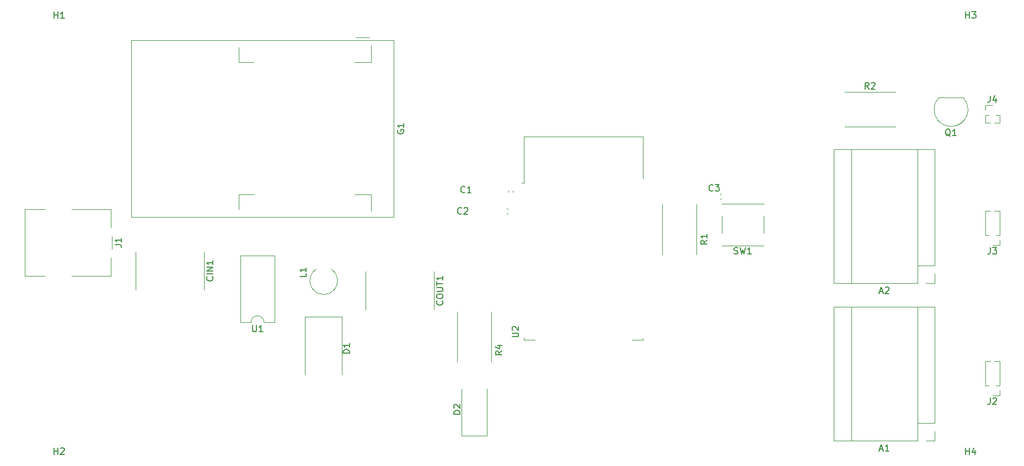
<source format=gbr>
%TF.GenerationSoftware,KiCad,Pcbnew,(6.0.11-0)*%
%TF.CreationDate,2024-05-25T22:05:18+02:00*%
%TF.ProjectId,The Mechanical Turk,54686520-4d65-4636-9861-6e6963616c20,rev?*%
%TF.SameCoordinates,Original*%
%TF.FileFunction,Legend,Top*%
%TF.FilePolarity,Positive*%
%FSLAX46Y46*%
G04 Gerber Fmt 4.6, Leading zero omitted, Abs format (unit mm)*
G04 Created by KiCad (PCBNEW (6.0.11-0)) date 2024-05-25 22:05:18*
%MOMM*%
%LPD*%
G01*
G04 APERTURE LIST*
%ADD10C,0.150000*%
%ADD11C,0.120000*%
G04 APERTURE END LIST*
D10*
%TO.C,C3*%
X183729333Y-91797142D02*
X183681714Y-91844761D01*
X183538857Y-91892380D01*
X183443619Y-91892380D01*
X183300761Y-91844761D01*
X183205523Y-91749523D01*
X183157904Y-91654285D01*
X183110285Y-91463809D01*
X183110285Y-91320952D01*
X183157904Y-91130476D01*
X183205523Y-91035238D01*
X183300761Y-90940000D01*
X183443619Y-90892380D01*
X183538857Y-90892380D01*
X183681714Y-90940000D01*
X183729333Y-90987619D01*
X184062666Y-90892380D02*
X184681714Y-90892380D01*
X184348380Y-91273333D01*
X184491238Y-91273333D01*
X184586476Y-91320952D01*
X184634095Y-91368571D01*
X184681714Y-91463809D01*
X184681714Y-91701904D01*
X184634095Y-91797142D01*
X184586476Y-91844761D01*
X184491238Y-91892380D01*
X184205523Y-91892380D01*
X184110285Y-91844761D01*
X184062666Y-91797142D01*
%TO.C,J2*%
X226288666Y-123697380D02*
X226288666Y-124411666D01*
X226241047Y-124554523D01*
X226145809Y-124649761D01*
X226002952Y-124697380D01*
X225907714Y-124697380D01*
X226717238Y-123792619D02*
X226764857Y-123745000D01*
X226860095Y-123697380D01*
X227098190Y-123697380D01*
X227193428Y-123745000D01*
X227241047Y-123792619D01*
X227288666Y-123887857D01*
X227288666Y-123983095D01*
X227241047Y-124125952D01*
X226669619Y-124697380D01*
X227288666Y-124697380D01*
%TO.C,R4*%
X151328380Y-116498666D02*
X150852190Y-116832000D01*
X151328380Y-117070095D02*
X150328380Y-117070095D01*
X150328380Y-116689142D01*
X150376000Y-116593904D01*
X150423619Y-116546285D01*
X150518857Y-116498666D01*
X150661714Y-116498666D01*
X150756952Y-116546285D01*
X150804571Y-116593904D01*
X150852190Y-116689142D01*
X150852190Y-117070095D01*
X150661714Y-115641523D02*
X151328380Y-115641523D01*
X150280761Y-115879619D02*
X150995047Y-116117714D01*
X150995047Y-115498666D01*
%TO.C,J3*%
X226288666Y-100583380D02*
X226288666Y-101297666D01*
X226241047Y-101440523D01*
X226145809Y-101535761D01*
X226002952Y-101583380D01*
X225907714Y-101583380D01*
X226669619Y-100583380D02*
X227288666Y-100583380D01*
X226955333Y-100964333D01*
X227098190Y-100964333D01*
X227193428Y-101011952D01*
X227241047Y-101059571D01*
X227288666Y-101154809D01*
X227288666Y-101392904D01*
X227241047Y-101488142D01*
X227193428Y-101535761D01*
X227098190Y-101583380D01*
X226812476Y-101583380D01*
X226717238Y-101535761D01*
X226669619Y-101488142D01*
%TO.C,C2*%
X145121333Y-95349142D02*
X145073714Y-95396761D01*
X144930857Y-95444380D01*
X144835619Y-95444380D01*
X144692761Y-95396761D01*
X144597523Y-95301523D01*
X144549904Y-95206285D01*
X144502285Y-95015809D01*
X144502285Y-94872952D01*
X144549904Y-94682476D01*
X144597523Y-94587238D01*
X144692761Y-94492000D01*
X144835619Y-94444380D01*
X144930857Y-94444380D01*
X145073714Y-94492000D01*
X145121333Y-94539619D01*
X145502285Y-94539619D02*
X145549904Y-94492000D01*
X145645142Y-94444380D01*
X145883238Y-94444380D01*
X145978476Y-94492000D01*
X146026095Y-94539619D01*
X146073714Y-94634857D01*
X146073714Y-94730095D01*
X146026095Y-94872952D01*
X145454666Y-95444380D01*
X146073714Y-95444380D01*
%TO.C,A1*%
X209333714Y-131560666D02*
X209809904Y-131560666D01*
X209238476Y-131846380D02*
X209571809Y-130846380D01*
X209905142Y-131846380D01*
X210762285Y-131846380D02*
X210190857Y-131846380D01*
X210476571Y-131846380D02*
X210476571Y-130846380D01*
X210381333Y-130989238D01*
X210286095Y-131084476D01*
X210190857Y-131132095D01*
%TO.C,Q1*%
X220176761Y-83477619D02*
X220081523Y-83430000D01*
X219986285Y-83334761D01*
X219843428Y-83191904D01*
X219748190Y-83144285D01*
X219652952Y-83144285D01*
X219700571Y-83382380D02*
X219605333Y-83334761D01*
X219510095Y-83239523D01*
X219462476Y-83049047D01*
X219462476Y-82715714D01*
X219510095Y-82525238D01*
X219605333Y-82430000D01*
X219700571Y-82382380D01*
X219891047Y-82382380D01*
X219986285Y-82430000D01*
X220081523Y-82525238D01*
X220129142Y-82715714D01*
X220129142Y-83049047D01*
X220081523Y-83239523D01*
X219986285Y-83334761D01*
X219891047Y-83382380D01*
X219700571Y-83382380D01*
X221081523Y-83382380D02*
X220510095Y-83382380D01*
X220795809Y-83382380D02*
X220795809Y-82382380D01*
X220700571Y-82525238D01*
X220605333Y-82620476D01*
X220510095Y-82668095D01*
%TO.C,U1*%
X113030095Y-112526380D02*
X113030095Y-113335904D01*
X113077714Y-113431142D01*
X113125333Y-113478761D01*
X113220571Y-113526380D01*
X113411047Y-113526380D01*
X113506285Y-113478761D01*
X113553904Y-113431142D01*
X113601523Y-113335904D01*
X113601523Y-112526380D01*
X114601523Y-113526380D02*
X114030095Y-113526380D01*
X114315809Y-113526380D02*
X114315809Y-112526380D01*
X114220571Y-112669238D01*
X114125333Y-112764476D01*
X114030095Y-112812095D01*
%TO.C,CIN1*%
X106867142Y-105068571D02*
X106914761Y-105116190D01*
X106962380Y-105259047D01*
X106962380Y-105354285D01*
X106914761Y-105497142D01*
X106819523Y-105592380D01*
X106724285Y-105640000D01*
X106533809Y-105687619D01*
X106390952Y-105687619D01*
X106200476Y-105640000D01*
X106105238Y-105592380D01*
X106010000Y-105497142D01*
X105962380Y-105354285D01*
X105962380Y-105259047D01*
X106010000Y-105116190D01*
X106057619Y-105068571D01*
X106962380Y-104640000D02*
X105962380Y-104640000D01*
X106962380Y-104163809D02*
X105962380Y-104163809D01*
X106962380Y-103592380D01*
X105962380Y-103592380D01*
X106962380Y-102592380D02*
X106962380Y-103163809D01*
X106962380Y-102878095D02*
X105962380Y-102878095D01*
X106105238Y-102973333D01*
X106200476Y-103068571D01*
X106248095Y-103163809D01*
%TO.C,COUT1*%
X142173142Y-108783238D02*
X142220761Y-108830857D01*
X142268380Y-108973714D01*
X142268380Y-109068952D01*
X142220761Y-109211809D01*
X142125523Y-109307047D01*
X142030285Y-109354666D01*
X141839809Y-109402285D01*
X141696952Y-109402285D01*
X141506476Y-109354666D01*
X141411238Y-109307047D01*
X141316000Y-109211809D01*
X141268380Y-109068952D01*
X141268380Y-108973714D01*
X141316000Y-108830857D01*
X141363619Y-108783238D01*
X141268380Y-108164190D02*
X141268380Y-107973714D01*
X141316000Y-107878476D01*
X141411238Y-107783238D01*
X141601714Y-107735619D01*
X141935047Y-107735619D01*
X142125523Y-107783238D01*
X142220761Y-107878476D01*
X142268380Y-107973714D01*
X142268380Y-108164190D01*
X142220761Y-108259428D01*
X142125523Y-108354666D01*
X141935047Y-108402285D01*
X141601714Y-108402285D01*
X141411238Y-108354666D01*
X141316000Y-108259428D01*
X141268380Y-108164190D01*
X141268380Y-107307047D02*
X142077904Y-107307047D01*
X142173142Y-107259428D01*
X142220761Y-107211809D01*
X142268380Y-107116571D01*
X142268380Y-106926095D01*
X142220761Y-106830857D01*
X142173142Y-106783238D01*
X142077904Y-106735619D01*
X141268380Y-106735619D01*
X141268380Y-106402285D02*
X141268380Y-105830857D01*
X142268380Y-106116571D02*
X141268380Y-106116571D01*
X142268380Y-104973714D02*
X142268380Y-105545142D01*
X142268380Y-105259428D02*
X141268380Y-105259428D01*
X141411238Y-105354666D01*
X141506476Y-105449904D01*
X141554095Y-105545142D01*
%TO.C,R2*%
X207659333Y-76222380D02*
X207326000Y-75746190D01*
X207087904Y-76222380D02*
X207087904Y-75222380D01*
X207468857Y-75222380D01*
X207564095Y-75270000D01*
X207611714Y-75317619D01*
X207659333Y-75412857D01*
X207659333Y-75555714D01*
X207611714Y-75650952D01*
X207564095Y-75698571D01*
X207468857Y-75746190D01*
X207087904Y-75746190D01*
X208040285Y-75317619D02*
X208087904Y-75270000D01*
X208183142Y-75222380D01*
X208421238Y-75222380D01*
X208516476Y-75270000D01*
X208564095Y-75317619D01*
X208611714Y-75412857D01*
X208611714Y-75508095D01*
X208564095Y-75650952D01*
X207992666Y-76222380D01*
X208611714Y-76222380D01*
%TO.C,H4*%
X222504095Y-132380380D02*
X222504095Y-131380380D01*
X222504095Y-131856571D02*
X223075523Y-131856571D01*
X223075523Y-132380380D02*
X223075523Y-131380380D01*
X223980285Y-131713714D02*
X223980285Y-132380380D01*
X223742190Y-131332761D02*
X223504095Y-132047047D01*
X224123142Y-132047047D01*
%TO.C,R1*%
X182824380Y-99480666D02*
X182348190Y-99814000D01*
X182824380Y-100052095D02*
X181824380Y-100052095D01*
X181824380Y-99671142D01*
X181872000Y-99575904D01*
X181919619Y-99528285D01*
X182014857Y-99480666D01*
X182157714Y-99480666D01*
X182252952Y-99528285D01*
X182300571Y-99575904D01*
X182348190Y-99671142D01*
X182348190Y-100052095D01*
X182824380Y-98528285D02*
X182824380Y-99099714D01*
X182824380Y-98814000D02*
X181824380Y-98814000D01*
X181967238Y-98909238D01*
X182062476Y-99004476D01*
X182110095Y-99099714D01*
%TO.C,SW1*%
X186969666Y-101518761D02*
X187112523Y-101566380D01*
X187350619Y-101566380D01*
X187445857Y-101518761D01*
X187493476Y-101471142D01*
X187541095Y-101375904D01*
X187541095Y-101280666D01*
X187493476Y-101185428D01*
X187445857Y-101137809D01*
X187350619Y-101090190D01*
X187160142Y-101042571D01*
X187064904Y-100994952D01*
X187017285Y-100947333D01*
X186969666Y-100852095D01*
X186969666Y-100756857D01*
X187017285Y-100661619D01*
X187064904Y-100614000D01*
X187160142Y-100566380D01*
X187398238Y-100566380D01*
X187541095Y-100614000D01*
X187874428Y-100566380D02*
X188112523Y-101566380D01*
X188303000Y-100852095D01*
X188493476Y-101566380D01*
X188731571Y-100566380D01*
X189636333Y-101566380D02*
X189064904Y-101566380D01*
X189350619Y-101566380D02*
X189350619Y-100566380D01*
X189255380Y-100709238D01*
X189160142Y-100804476D01*
X189064904Y-100852095D01*
%TO.C,H1*%
X82550095Y-65324380D02*
X82550095Y-64324380D01*
X82550095Y-64800571D02*
X83121523Y-64800571D01*
X83121523Y-65324380D02*
X83121523Y-64324380D01*
X84121523Y-65324380D02*
X83550095Y-65324380D01*
X83835809Y-65324380D02*
X83835809Y-64324380D01*
X83740571Y-64467238D01*
X83645333Y-64562476D01*
X83550095Y-64610095D01*
%TO.C,U2*%
X152872380Y-114289904D02*
X153681904Y-114289904D01*
X153777142Y-114242285D01*
X153824761Y-114194666D01*
X153872380Y-114099428D01*
X153872380Y-113908952D01*
X153824761Y-113813714D01*
X153777142Y-113766095D01*
X153681904Y-113718476D01*
X152872380Y-113718476D01*
X152967619Y-113289904D02*
X152920000Y-113242285D01*
X152872380Y-113147047D01*
X152872380Y-112908952D01*
X152920000Y-112813714D01*
X152967619Y-112766095D01*
X153062857Y-112718476D01*
X153158095Y-112718476D01*
X153300952Y-112766095D01*
X153872380Y-113337523D01*
X153872380Y-112718476D01*
%TO.C,D2*%
X144898380Y-126214095D02*
X143898380Y-126214095D01*
X143898380Y-125976000D01*
X143946000Y-125833142D01*
X144041238Y-125737904D01*
X144136476Y-125690285D01*
X144326952Y-125642666D01*
X144469809Y-125642666D01*
X144660285Y-125690285D01*
X144755523Y-125737904D01*
X144850761Y-125833142D01*
X144898380Y-125976000D01*
X144898380Y-126214095D01*
X143993619Y-125261714D02*
X143946000Y-125214095D01*
X143898380Y-125118857D01*
X143898380Y-124880761D01*
X143946000Y-124785523D01*
X143993619Y-124737904D01*
X144088857Y-124690285D01*
X144184095Y-124690285D01*
X144326952Y-124737904D01*
X144898380Y-125309333D01*
X144898380Y-124690285D01*
%TO.C,J1*%
X91922380Y-100155333D02*
X92636666Y-100155333D01*
X92779523Y-100202952D01*
X92874761Y-100298190D01*
X92922380Y-100441047D01*
X92922380Y-100536285D01*
X92922380Y-99155333D02*
X92922380Y-99726761D01*
X92922380Y-99441047D02*
X91922380Y-99441047D01*
X92065238Y-99536285D01*
X92160476Y-99631523D01*
X92208095Y-99726761D01*
%TO.C,L1*%
X121284380Y-104568666D02*
X121284380Y-105044857D01*
X120284380Y-105044857D01*
X121284380Y-103711523D02*
X121284380Y-104282952D01*
X121284380Y-103997238D02*
X120284380Y-103997238D01*
X120427238Y-104092476D01*
X120522476Y-104187714D01*
X120570095Y-104282952D01*
%TO.C,H3*%
X222504095Y-65324380D02*
X222504095Y-64324380D01*
X222504095Y-64800571D02*
X223075523Y-64800571D01*
X223075523Y-65324380D02*
X223075523Y-64324380D01*
X223456476Y-64324380D02*
X224075523Y-64324380D01*
X223742190Y-64705333D01*
X223885047Y-64705333D01*
X223980285Y-64752952D01*
X224027904Y-64800571D01*
X224075523Y-64895809D01*
X224075523Y-65133904D01*
X224027904Y-65229142D01*
X223980285Y-65276761D01*
X223885047Y-65324380D01*
X223599333Y-65324380D01*
X223504095Y-65276761D01*
X223456476Y-65229142D01*
%TO.C,H2*%
X82550095Y-132380380D02*
X82550095Y-131380380D01*
X82550095Y-131856571D02*
X83121523Y-131856571D01*
X83121523Y-132380380D02*
X83121523Y-131380380D01*
X83550095Y-131475619D02*
X83597714Y-131428000D01*
X83692952Y-131380380D01*
X83931047Y-131380380D01*
X84026285Y-131428000D01*
X84073904Y-131475619D01*
X84121523Y-131570857D01*
X84121523Y-131666095D01*
X84073904Y-131808952D01*
X83502476Y-132380380D01*
X84121523Y-132380380D01*
%TO.C,A2*%
X209333714Y-107354666D02*
X209809904Y-107354666D01*
X209238476Y-107640380D02*
X209571809Y-106640380D01*
X209905142Y-107640380D01*
X210190857Y-106735619D02*
X210238476Y-106688000D01*
X210333714Y-106640380D01*
X210571809Y-106640380D01*
X210667047Y-106688000D01*
X210714666Y-106735619D01*
X210762285Y-106830857D01*
X210762285Y-106926095D01*
X210714666Y-107068952D01*
X210143238Y-107640380D01*
X210762285Y-107640380D01*
%TO.C,J4*%
X226288666Y-77239380D02*
X226288666Y-77953666D01*
X226241047Y-78096523D01*
X226145809Y-78191761D01*
X226002952Y-78239380D01*
X225907714Y-78239380D01*
X227193428Y-77572714D02*
X227193428Y-78239380D01*
X226955333Y-77191761D02*
X226717238Y-77906047D01*
X227336285Y-77906047D01*
%TO.C,C1*%
X145629333Y-92051142D02*
X145581714Y-92098761D01*
X145438857Y-92146380D01*
X145343619Y-92146380D01*
X145200761Y-92098761D01*
X145105523Y-92003523D01*
X145057904Y-91908285D01*
X145010285Y-91717809D01*
X145010285Y-91574952D01*
X145057904Y-91384476D01*
X145105523Y-91289238D01*
X145200761Y-91194000D01*
X145343619Y-91146380D01*
X145438857Y-91146380D01*
X145581714Y-91194000D01*
X145629333Y-91241619D01*
X146581714Y-92146380D02*
X146010285Y-92146380D01*
X146296000Y-92146380D02*
X146296000Y-91146380D01*
X146200761Y-91289238D01*
X146105523Y-91384476D01*
X146010285Y-91432095D01*
%TO.C,G1*%
X135316000Y-82512785D02*
X135268380Y-82608023D01*
X135268380Y-82750880D01*
X135316000Y-82893738D01*
X135411238Y-82988976D01*
X135506476Y-83036595D01*
X135696952Y-83084214D01*
X135839809Y-83084214D01*
X136030285Y-83036595D01*
X136125523Y-82988976D01*
X136220761Y-82893738D01*
X136268380Y-82750880D01*
X136268380Y-82655642D01*
X136220761Y-82512785D01*
X136173142Y-82465166D01*
X135839809Y-82465166D01*
X135839809Y-82655642D01*
X136268380Y-81512785D02*
X136268380Y-82084214D01*
X136268380Y-81798500D02*
X135268380Y-81798500D01*
X135411238Y-81893738D01*
X135506476Y-81988976D01*
X135554095Y-82084214D01*
%TO.C,D1*%
X127924380Y-116816095D02*
X126924380Y-116816095D01*
X126924380Y-116578000D01*
X126972000Y-116435142D01*
X127067238Y-116339904D01*
X127162476Y-116292285D01*
X127352952Y-116244666D01*
X127495809Y-116244666D01*
X127686285Y-116292285D01*
X127781523Y-116339904D01*
X127876761Y-116435142D01*
X127924380Y-116578000D01*
X127924380Y-116816095D01*
X127924380Y-115292285D02*
X127924380Y-115863714D01*
X127924380Y-115578000D02*
X126924380Y-115578000D01*
X127067238Y-115673238D01*
X127162476Y-115768476D01*
X127210095Y-115863714D01*
D11*
%TO.C,C3*%
X184796165Y-92350000D02*
X185027835Y-92350000D01*
X184796165Y-93070000D02*
X185027835Y-93070000D01*
%TO.C,J2*%
X227732000Y-121790000D02*
X227732000Y-118045000D01*
X227732000Y-122550000D02*
X227732000Y-123310000D01*
X227732000Y-121790000D02*
X227185471Y-121790000D01*
X225512000Y-121790000D02*
X225512000Y-118045000D01*
X227732000Y-123310000D02*
X226622000Y-123310000D01*
X226058529Y-121790000D02*
X225512000Y-121790000D01*
X226314470Y-118045000D02*
X225512000Y-118045000D01*
X227732000Y-118045000D02*
X226929530Y-118045000D01*
%TO.C,R4*%
X149726000Y-110413748D02*
X149726000Y-118186252D01*
X144406000Y-110413748D02*
X144406000Y-118186252D01*
%TO.C,J3*%
X227732000Y-94931000D02*
X226929530Y-94931000D01*
X227732000Y-98676000D02*
X227185471Y-98676000D01*
X226314470Y-94931000D02*
X225512000Y-94931000D01*
X227732000Y-98676000D02*
X227732000Y-94931000D01*
X227732000Y-100196000D02*
X226622000Y-100196000D01*
X226058529Y-98676000D02*
X225512000Y-98676000D01*
X225512000Y-98676000D02*
X225512000Y-94931000D01*
X227732000Y-99436000D02*
X227732000Y-100196000D01*
%TO.C,C2*%
X152261835Y-95352000D02*
X152030165Y-95352000D01*
X152261835Y-94632000D02*
X152030165Y-94632000D01*
%TO.C,A1*%
X202298000Y-130254000D02*
X215128000Y-130254000D01*
X215128000Y-130254000D02*
X215128000Y-127584000D01*
X216398000Y-130254000D02*
X217798000Y-130254000D01*
X217798000Y-127584000D02*
X217798000Y-109674000D01*
X202298000Y-109674000D02*
X202298000Y-130254000D01*
X217798000Y-109674000D02*
X202298000Y-109674000D01*
X204968000Y-130254000D02*
X204968000Y-109674000D01*
X215128000Y-127584000D02*
X215128000Y-109674000D01*
X215128000Y-127584000D02*
X217798000Y-127584000D01*
X217798000Y-130254000D02*
X217798000Y-128854000D01*
%TO.C,Q1*%
X222072000Y-77520000D02*
X218472000Y-77520000D01*
X220272000Y-81970001D02*
G75*
G03*
X222110478Y-77531522I0J2600001D01*
G01*
X218433522Y-77531522D02*
G75*
G03*
X220272000Y-81970000I1838478J-1838478D01*
G01*
%TO.C,U1*%
X111142000Y-101794000D02*
X111142000Y-112074000D01*
X114792000Y-112074000D02*
X116442000Y-112074000D01*
X116442000Y-112074000D02*
X116442000Y-101794000D01*
X116442000Y-101794000D02*
X111142000Y-101794000D01*
X111142000Y-112074000D02*
X112792000Y-112074000D01*
X114792000Y-112074000D02*
G75*
G03*
X112792000Y-112074000I-1000000J0D01*
G01*
%TO.C,CIN1*%
X105540000Y-101217631D02*
X105540000Y-107062369D01*
X95120000Y-101217631D02*
X95120000Y-107062369D01*
%TO.C,COUT1*%
X130426000Y-104265631D02*
X130426000Y-110110369D01*
X140846000Y-104265631D02*
X140846000Y-110110369D01*
%TO.C,R2*%
X203939748Y-82030000D02*
X211712252Y-82030000D01*
X203939748Y-76710000D02*
X211712252Y-76710000D01*
%TO.C,R1*%
X175902000Y-101676252D02*
X175902000Y-93903748D01*
X181222000Y-101676252D02*
X181222000Y-93903748D01*
%TO.C,SW1*%
X191533000Y-93834000D02*
X185073000Y-93834000D01*
X185073000Y-98364000D02*
X185073000Y-95764000D01*
X191533000Y-100264000D02*
X191533000Y-100294000D01*
X185073000Y-93834000D02*
X185073000Y-93864000D01*
X191533000Y-98364000D02*
X191533000Y-95764000D01*
X191533000Y-100294000D02*
X185073000Y-100294000D01*
X185073000Y-100294000D02*
X185073000Y-100264000D01*
X191533000Y-93834000D02*
X191533000Y-93864000D01*
%TO.C,U2*%
X154710000Y-114798000D02*
X156370000Y-114798000D01*
X154720000Y-90628000D02*
X154705000Y-83548000D01*
X172950000Y-114798000D02*
X171290000Y-114798000D01*
X154720000Y-90628000D02*
X154330000Y-90628000D01*
X172960000Y-89968000D02*
X172960000Y-83548000D01*
X172950000Y-114538000D02*
X172950000Y-114798000D01*
X154710000Y-114438000D02*
X154710000Y-114798000D01*
X154705000Y-83548000D02*
X172960000Y-83548000D01*
%TO.C,D2*%
X145131000Y-129486000D02*
X149001000Y-129486000D01*
X145131000Y-122326000D02*
X145131000Y-129486000D01*
X149001000Y-129486000D02*
X149001000Y-122326000D01*
%TO.C,J1*%
X81120000Y-104932000D02*
X78060000Y-104932000D01*
X91280000Y-104932000D02*
X85220000Y-104932000D01*
X91280000Y-94712000D02*
X91280000Y-97522000D01*
X78060000Y-104932000D02*
X78060000Y-94712000D01*
X91470000Y-98822000D02*
X91470000Y-100822000D01*
X85220000Y-94712000D02*
X91280000Y-94712000D01*
X91280000Y-102122000D02*
X91280000Y-104932000D01*
X78060000Y-94712000D02*
X81120000Y-94712000D01*
%TO.C,L1*%
X122832000Y-103872000D02*
G75*
G03*
X125072000Y-103872000I1120000J-1800000D01*
G01*
%TO.C,A2*%
X215128000Y-106048000D02*
X215128000Y-103378000D01*
X204968000Y-106048000D02*
X204968000Y-85468000D01*
X216398000Y-106048000D02*
X217798000Y-106048000D01*
X217798000Y-106048000D02*
X217798000Y-104648000D01*
X215128000Y-103378000D02*
X217798000Y-103378000D01*
X215128000Y-103378000D02*
X215128000Y-85468000D01*
X202298000Y-85468000D02*
X202298000Y-106048000D01*
X202298000Y-106048000D02*
X215128000Y-106048000D01*
X217798000Y-103378000D02*
X217798000Y-85468000D01*
X217798000Y-85468000D02*
X202298000Y-85468000D01*
%TO.C,J4*%
X225512000Y-79482000D02*
X225512000Y-78722000D01*
X227185471Y-80242000D02*
X227732000Y-80242000D01*
X227732000Y-80242000D02*
X227732000Y-81447000D01*
X225512000Y-80242000D02*
X225512000Y-81447000D01*
X225512000Y-78722000D02*
X226622000Y-78722000D01*
X226929530Y-81447000D02*
X227732000Y-81447000D01*
X225512000Y-81447000D02*
X226314470Y-81447000D01*
X225512000Y-80242000D02*
X226058529Y-80242000D01*
%TO.C,C1*%
X153014000Y-92063835D02*
X153014000Y-91832165D01*
X152294000Y-92063835D02*
X152294000Y-91832165D01*
%TO.C,G1*%
X110924000Y-72138500D02*
X113210000Y-72138500D01*
X94434000Y-68678500D02*
X94434000Y-95918500D01*
X128704000Y-92458500D02*
X131244000Y-92458500D01*
X110924000Y-69852500D02*
X110924000Y-72138500D01*
X134674000Y-68678500D02*
X94434000Y-68678500D01*
X130990000Y-68328500D02*
X128958000Y-68328500D01*
X94434000Y-95918500D02*
X134674000Y-95918500D01*
X110924000Y-92458500D02*
X113210000Y-92458500D01*
X131244000Y-92458500D02*
X131244000Y-94998500D01*
X128704000Y-72138500D02*
X131244000Y-72138500D01*
X131244000Y-72138500D02*
X131244000Y-69598500D01*
X134674000Y-95918500D02*
X134674000Y-68678500D01*
X110924000Y-94744500D02*
X110924000Y-92458500D01*
%TO.C,D1*%
X121117000Y-111218000D02*
X121117000Y-120078000D01*
X126787000Y-120078000D02*
X126787000Y-111218000D01*
X126787000Y-111218000D02*
X121117000Y-111218000D01*
%TD*%
M02*

</source>
